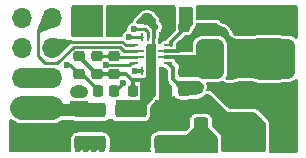
<source format=gbr>
G04 #@! TF.GenerationSoftware,KiCad,Pcbnew,(5.99.0-6495-g15369915cc)*
G04 #@! TF.CreationDate,2020-10-24T17:34:58+02:00*
G04 #@! TF.ProjectId,EVAL-MP8862,4556414c-2d4d-4503-9838-36322e6b6963,1B*
G04 #@! TF.SameCoordinates,Original*
G04 #@! TF.FileFunction,Copper,L1,Top*
G04 #@! TF.FilePolarity,Positive*
%FSLAX46Y46*%
G04 Gerber Fmt 4.6, Leading zero omitted, Abs format (unit mm)*
G04 Created by KiCad (PCBNEW (5.99.0-6495-g15369915cc)) date 2020-10-24 17:34:58*
%MOMM*%
%LPD*%
G01*
G04 APERTURE LIST*
G04 Aperture macros list*
%AMRoundRect*
0 Rectangle with rounded corners*
0 $1 Rounding radius*
0 $2 $3 $4 $5 $6 $7 $8 $9 X,Y pos of 4 corners*
0 Add a 4 corners polygon primitive as box body*
4,1,4,$2,$3,$4,$5,$6,$7,$8,$9,$2,$3,0*
0 Add four circle primitives for the rounded corners*
1,1,$1+$1,$2,$3,0*
1,1,$1+$1,$4,$5,0*
1,1,$1+$1,$6,$7,0*
1,1,$1+$1,$8,$9,0*
0 Add four rect primitives between the rounded corners*
20,1,$1+$1,$2,$3,$4,$5,0*
20,1,$1+$1,$4,$5,$6,$7,0*
20,1,$1+$1,$6,$7,$8,$9,0*
20,1,$1+$1,$8,$9,$2,$3,0*%
G04 Aperture macros list end*
G04 #@! TA.AperFunction,SMDPad,CuDef*
%ADD10RoundRect,0.218750X-0.256250X0.218750X-0.256250X-0.218750X0.256250X-0.218750X0.256250X0.218750X0*%
G04 #@! TD*
G04 #@! TA.AperFunction,SMDPad,CuDef*
%ADD11RoundRect,0.250000X-1.075000X0.375000X-1.075000X-0.375000X1.075000X-0.375000X1.075000X0.375000X0*%
G04 #@! TD*
G04 #@! TA.AperFunction,SMDPad,CuDef*
%ADD12RoundRect,0.218750X0.218750X0.256250X-0.218750X0.256250X-0.218750X-0.256250X0.218750X-0.256250X0*%
G04 #@! TD*
G04 #@! TA.AperFunction,SMDPad,CuDef*
%ADD13RoundRect,0.250000X1.075000X-0.375000X1.075000X0.375000X-1.075000X0.375000X-1.075000X-0.375000X0*%
G04 #@! TD*
G04 #@! TA.AperFunction,SMDPad,CuDef*
%ADD14RoundRect,0.250000X0.375000X1.075000X-0.375000X1.075000X-0.375000X-1.075000X0.375000X-1.075000X0*%
G04 #@! TD*
G04 #@! TA.AperFunction,SMDPad,CuDef*
%ADD15RoundRect,0.250000X-0.375000X-1.075000X0.375000X-1.075000X0.375000X1.075000X-0.375000X1.075000X0*%
G04 #@! TD*
G04 #@! TA.AperFunction,SMDPad,CuDef*
%ADD16RoundRect,0.218750X0.256250X-0.218750X0.256250X0.218750X-0.256250X0.218750X-0.256250X-0.218750X0*%
G04 #@! TD*
G04 #@! TA.AperFunction,SMDPad,CuDef*
%ADD17R,0.250000X0.800000*%
G04 #@! TD*
G04 #@! TA.AperFunction,SMDPad,CuDef*
%ADD18R,0.250000X0.700000*%
G04 #@! TD*
G04 #@! TA.AperFunction,SMDPad,CuDef*
%ADD19R,0.700000X0.250000*%
G04 #@! TD*
G04 #@! TA.AperFunction,SMDPad,CuDef*
%ADD20R,1.200000X0.250000*%
G04 #@! TD*
G04 #@! TA.AperFunction,SMDPad,CuDef*
%ADD21RoundRect,0.600000X0.600000X1.100000X-0.600000X1.100000X-0.600000X-1.100000X0.600000X-1.100000X0*%
G04 #@! TD*
G04 #@! TA.AperFunction,SMDPad,CuDef*
%ADD22RoundRect,0.571250X0.623750X-0.571250X0.623750X0.571250X-0.623750X0.571250X-0.623750X-0.571250X0*%
G04 #@! TD*
G04 #@! TA.AperFunction,SMDPad,CuDef*
%ADD23RoundRect,0.548400X0.646600X-0.594100X0.646600X0.594100X-0.646600X0.594100X-0.646600X-0.594100X0*%
G04 #@! TD*
G04 #@! TA.AperFunction,ComponentPad*
%ADD24R,1.700000X1.700000*%
G04 #@! TD*
G04 #@! TA.AperFunction,ComponentPad*
%ADD25O,1.700000X1.700000*%
G04 #@! TD*
G04 #@! TA.AperFunction,SMDPad,CuDef*
%ADD26RoundRect,0.400000X0.350000X-0.100000X0.350000X0.100000X-0.350000X0.100000X-0.350000X-0.100000X0*%
G04 #@! TD*
G04 #@! TA.AperFunction,ViaPad*
%ADD27C,0.700000*%
G04 #@! TD*
G04 #@! TA.AperFunction,ViaPad*
%ADD28C,0.600000*%
G04 #@! TD*
G04 #@! TA.AperFunction,ViaPad*
%ADD29C,0.800000*%
G04 #@! TD*
G04 #@! TA.AperFunction,Conductor*
%ADD30C,0.600000*%
G04 #@! TD*
G04 #@! TA.AperFunction,Conductor*
%ADD31C,0.300000*%
G04 #@! TD*
G04 #@! TA.AperFunction,Conductor*
%ADD32C,0.250000*%
G04 #@! TD*
G04 #@! TA.AperFunction,Conductor*
%ADD33C,0.800000*%
G04 #@! TD*
G04 #@! TA.AperFunction,Conductor*
%ADD34C,1.700000*%
G04 #@! TD*
G04 #@! TA.AperFunction,Conductor*
%ADD35C,1.000000*%
G04 #@! TD*
G04 #@! TA.AperFunction,Conductor*
%ADD36C,2.000000*%
G04 #@! TD*
G04 APERTURE END LIST*
D10*
X105230000Y-93045000D03*
X105230000Y-94620000D03*
D11*
X103200000Y-97660000D03*
X103200000Y-100460000D03*
D12*
X109725000Y-96030000D03*
X108150000Y-96030000D03*
D13*
X106640000Y-100460000D03*
X106640000Y-97660000D03*
D14*
X115375000Y-99575000D03*
X112575000Y-99575000D03*
D11*
X109950000Y-97650000D03*
X109950000Y-100450000D03*
D15*
X117125000Y-99575000D03*
X119925000Y-99575000D03*
D16*
X102280000Y-94620000D03*
X102280000Y-93045000D03*
X103750000Y-94620000D03*
X103750000Y-93045000D03*
D12*
X103820000Y-96030000D03*
X102245000Y-96030000D03*
D17*
X109090000Y-91500000D03*
D18*
X108590000Y-91450000D03*
X108090000Y-91450000D03*
X107590000Y-91450000D03*
D19*
X106890000Y-92150000D03*
D20*
X107140000Y-92650000D03*
X107140000Y-93150000D03*
D19*
X106890000Y-93650000D03*
D18*
X107590000Y-94350000D03*
X108090000Y-94350000D03*
X108590000Y-94350000D03*
X109090000Y-94350000D03*
D19*
X109790000Y-93650000D03*
D20*
X109540000Y-93150000D03*
X109540000Y-92650000D03*
D19*
X109790000Y-92150000D03*
D12*
X109607500Y-89930000D03*
X108032500Y-89930000D03*
D21*
X119350000Y-93300000D03*
X113350000Y-93300000D03*
D22*
X116350000Y-90247000D03*
D23*
X116350000Y-96353000D03*
D10*
X111100000Y-94425000D03*
X111100000Y-96000000D03*
D14*
X105200000Y-90100000D03*
X102400000Y-90100000D03*
D16*
X111150000Y-92175000D03*
X111150000Y-90600000D03*
D24*
X100000000Y-100000000D03*
D25*
X97460000Y-100000000D03*
X100000000Y-97460000D03*
X97460000Y-97460000D03*
X100000000Y-94920000D03*
X97460000Y-94920000D03*
X100000000Y-92380000D03*
X97460000Y-92380000D03*
X100000000Y-89840000D03*
X97460000Y-89840000D03*
D12*
X106797500Y-96030000D03*
X105222500Y-96030000D03*
G04 #@! TA.AperFunction,SMDPad,CuDef*
G36*
X103000000Y-96900001D02*
G01*
X103000000Y-97400000D01*
X102995033Y-97400000D01*
X102993568Y-97479941D01*
X102951293Y-97615256D01*
X102872738Y-97733266D01*
X102764219Y-97824486D01*
X102634459Y-97881581D01*
X102499999Y-97899164D01*
X102499999Y-97900000D01*
X102000000Y-97900000D01*
X102000000Y-97899164D01*
X101993891Y-97899963D01*
X101853814Y-97878152D01*
X101725489Y-97817903D01*
X101619231Y-97724059D01*
X101543583Y-97604164D01*
X101504626Y-97467857D01*
X101505041Y-97400000D01*
X101500000Y-97400000D01*
X101500000Y-96900000D01*
X103000000Y-96900001D01*
G37*
G04 #@! TD.AperFunction*
D26*
X102250000Y-96100000D03*
D27*
X108350000Y-92700000D03*
D28*
X103550000Y-100925000D03*
X102850000Y-100925000D03*
X102175000Y-100925000D03*
X103850000Y-89075000D03*
D29*
X118150000Y-89275000D03*
X114550000Y-96550000D03*
X114550000Y-95875000D03*
D27*
X108350000Y-95125000D03*
D28*
X113600000Y-100150000D03*
X109575000Y-100925000D03*
X119000000Y-100550000D03*
X119000000Y-98600000D03*
D29*
X114550000Y-89275000D03*
D28*
X105625000Y-97050000D03*
D29*
X118150000Y-96550000D03*
D27*
X108350000Y-93300000D03*
D28*
X104225000Y-100925000D03*
D29*
X118150000Y-89950000D03*
D28*
X110275000Y-100925000D03*
X113600000Y-100775000D03*
X107675000Y-97050000D03*
D29*
X114550000Y-89950000D03*
D28*
X103850000Y-89750000D03*
X111600000Y-100150000D03*
X103850000Y-91107470D03*
X108700000Y-90600000D03*
X111600000Y-100800000D03*
X107000000Y-97050000D03*
D29*
X118150000Y-95875000D03*
D28*
X103850000Y-90450000D03*
X106300000Y-97050000D03*
X110950000Y-100925000D03*
X119000000Y-99900000D03*
X108900000Y-100925000D03*
X119000000Y-99250000D03*
X104500000Y-93825000D03*
X104900000Y-89100000D03*
X105600000Y-89100000D03*
X105600000Y-91100000D03*
D27*
X109800000Y-91000000D03*
D28*
X104900000Y-91100000D03*
X116250000Y-98600000D03*
X110300000Y-97025000D03*
X110975000Y-97025000D03*
D27*
X109475000Y-95100000D03*
D28*
X116250000Y-99900000D03*
X116250000Y-99250000D03*
X109600000Y-97025000D03*
X116250000Y-100550000D03*
X108925000Y-97025000D03*
X106900000Y-90800000D03*
X101200000Y-93800000D03*
X106456232Y-91465649D03*
X105990000Y-95360000D03*
X106949998Y-94350000D03*
D30*
X103850000Y-89725000D02*
X103850000Y-90475000D01*
D31*
X106797500Y-95187500D02*
X106797500Y-95227500D01*
X102280000Y-93045000D02*
X102280000Y-93150000D01*
D32*
X105230000Y-94620000D02*
X105430000Y-94620000D01*
D31*
X108590000Y-94350000D02*
X108590000Y-95590000D01*
D30*
X107650000Y-97050000D02*
X105600000Y-97050000D01*
D31*
X106925000Y-95100000D02*
X106797500Y-95227500D01*
X108052500Y-89950000D02*
X108032500Y-89930000D01*
X102280000Y-93150000D02*
X103750000Y-94620000D01*
D33*
X108150000Y-96030000D02*
X108150000Y-96450000D01*
D31*
X108590000Y-95590000D02*
X108150000Y-96030000D01*
D33*
X108150000Y-96450000D02*
X106940000Y-97660000D01*
D31*
X106230000Y-94620000D02*
X106797500Y-95187500D01*
X105330000Y-94620000D02*
X105550000Y-94400000D01*
X108090000Y-95000000D02*
X107990000Y-95100000D01*
X103750000Y-94620000D02*
X105230000Y-94620000D01*
X105230000Y-94620000D02*
X105330000Y-94620000D01*
X107990000Y-95100000D02*
X106925000Y-95100000D01*
X106797500Y-95227500D02*
X106797500Y-96030000D01*
X108500000Y-89950000D02*
X108052500Y-89950000D01*
X105230000Y-94620000D02*
X106230000Y-94620000D01*
X108090000Y-94350000D02*
X108090000Y-95000000D01*
X108590000Y-91450000D02*
X108590000Y-90040000D01*
D34*
X97460000Y-94920000D02*
X100000000Y-94920000D01*
D31*
X108590000Y-90040000D02*
X108500000Y-89950000D01*
D32*
X106890000Y-93650000D02*
X106650000Y-93650000D01*
X106650000Y-93650000D02*
X106475000Y-93825000D01*
X106475000Y-93825000D02*
X104500000Y-93825000D01*
X107140000Y-92650000D02*
X106088585Y-92650000D01*
X98740000Y-93060000D02*
X98740000Y-91100000D01*
X99330000Y-93650000D02*
X98740000Y-93060000D01*
X106088585Y-92650000D02*
X105721076Y-92282491D01*
X99150001Y-90689999D02*
X100000000Y-89840000D01*
X101787509Y-92282491D02*
X100420000Y-93650000D01*
X100420000Y-93650000D02*
X99330000Y-93650000D01*
X98740000Y-91100000D02*
X99150001Y-90689999D01*
X105721076Y-92282491D02*
X101787509Y-92282491D01*
X106224996Y-92150000D02*
X105907476Y-91832480D01*
X100547520Y-91832480D02*
X100000000Y-92380000D01*
X105907476Y-91832480D02*
X100547520Y-91832480D01*
X106890000Y-92150000D02*
X106224996Y-92150000D01*
D35*
X100000000Y-97460000D02*
X100000000Y-97500000D01*
D36*
X97460000Y-97460000D02*
X100000000Y-97460000D01*
D35*
X103200000Y-97660000D02*
X100200000Y-97660000D01*
X100200000Y-97660000D02*
X100000000Y-97460000D01*
D31*
X109500000Y-96000000D02*
X109530000Y-96030000D01*
X109530000Y-96030000D02*
X109725000Y-96030000D01*
D36*
X97460000Y-100000000D02*
X100000000Y-100000000D01*
D32*
X106950000Y-90750010D02*
X106900010Y-90800000D01*
X108090000Y-90990000D02*
X107850010Y-90750010D01*
X102280000Y-94620000D02*
X101460000Y-93800000D01*
X106900010Y-90800000D02*
X106900000Y-90800000D01*
X103820000Y-95970000D02*
X102470000Y-94620000D01*
X102470000Y-94620000D02*
X102280000Y-94620000D01*
X108090000Y-91450000D02*
X108090000Y-90990000D01*
X103820000Y-96030000D02*
X103820000Y-95970000D01*
X107850010Y-90750010D02*
X106950000Y-90750010D01*
X101460000Y-93800000D02*
X101200000Y-93800000D01*
X107590000Y-91450000D02*
X106471881Y-91450000D01*
X106471881Y-91450000D02*
X106456232Y-91465649D01*
D31*
X107550000Y-94350000D02*
X106949998Y-94350000D01*
D32*
X105222500Y-96030000D02*
X105320000Y-96030000D01*
X105320000Y-96030000D02*
X105990000Y-95360000D01*
D31*
X105222500Y-96030000D02*
X105270000Y-96030000D01*
X110675000Y-92650000D02*
X111150000Y-92175000D01*
X109540000Y-92650000D02*
X110675000Y-92650000D01*
X113050000Y-93150000D02*
X113200000Y-93300000D01*
X109540000Y-93150000D02*
X113200000Y-93150000D01*
X111100000Y-94425000D02*
X112225000Y-94425000D01*
X113200000Y-93150000D02*
X113350000Y-93300000D01*
X112225000Y-94425000D02*
X113350000Y-93300000D01*
X111150000Y-90750000D02*
X110000000Y-91900000D01*
X111150000Y-90600000D02*
X111150000Y-90750000D01*
X110000000Y-91900000D02*
X110000000Y-92100000D01*
X111100000Y-95940000D02*
X110200000Y-95040000D01*
X110200000Y-94050000D02*
X109900000Y-93750000D01*
X111100000Y-96000000D02*
X111100000Y-95940000D01*
X110200000Y-95040000D02*
X110200000Y-94050000D01*
D32*
X105335000Y-93150000D02*
X105230000Y-93045000D01*
X105230000Y-93045000D02*
X103750000Y-93045000D01*
X107140000Y-93150000D02*
X105335000Y-93150000D01*
G04 #@! TA.AperFunction,Conductor*
G36*
X113966403Y-90270002D02*
G01*
X114008696Y-90315298D01*
X114015870Y-90328347D01*
X114019689Y-90335293D01*
X114025113Y-90341069D01*
X114034832Y-90351418D01*
X114132169Y-90455071D01*
X114270902Y-90543114D01*
X114278441Y-90545563D01*
X114278444Y-90545565D01*
X114419634Y-90591440D01*
X114419636Y-90591440D01*
X114427172Y-90593889D01*
X114435081Y-90594387D01*
X114435083Y-90594387D01*
X114479060Y-90597154D01*
X114504209Y-90598736D01*
X114585392Y-90635392D01*
X114886812Y-90936812D01*
X114920053Y-90997023D01*
X114920533Y-91001303D01*
X114922851Y-91007958D01*
X114922851Y-91007960D01*
X114977120Y-91163799D01*
X114981111Y-91175260D01*
X114984847Y-91181239D01*
X115038736Y-91267480D01*
X115078723Y-91331473D01*
X115083684Y-91336469D01*
X115083685Y-91336470D01*
X115203556Y-91457181D01*
X115203560Y-91457184D01*
X115208519Y-91462178D01*
X115214465Y-91465952D01*
X115214467Y-91465953D01*
X115358092Y-91557101D01*
X115358096Y-91557103D01*
X115364046Y-91560879D01*
X115370689Y-91563244D01*
X115370688Y-91563244D01*
X115530941Y-91620308D01*
X115530943Y-91620309D01*
X115537575Y-91622670D01*
X115544561Y-91623503D01*
X115544565Y-91623504D01*
X115649000Y-91635956D01*
X115720482Y-91644480D01*
X115724101Y-91644493D01*
X115724108Y-91644493D01*
X115725043Y-91644496D01*
X115726250Y-91644500D01*
X116973749Y-91644500D01*
X117156803Y-91623967D01*
X117167311Y-91620308D01*
X117315991Y-91568532D01*
X117330760Y-91563389D01*
X117401564Y-91519146D01*
X117468334Y-91500000D01*
X119234000Y-91500000D01*
X119302121Y-91520002D01*
X119348614Y-91573658D01*
X119360000Y-91626000D01*
X119360000Y-94934000D01*
X119339998Y-95002121D01*
X119286342Y-95048614D01*
X119234000Y-95060000D01*
X117421936Y-95060000D01*
X117361644Y-95042484D01*
X117361065Y-95043672D01*
X117354741Y-95040588D01*
X117348787Y-95036809D01*
X117318963Y-95026189D01*
X117186692Y-94979089D01*
X117186687Y-94979088D01*
X117180057Y-94976727D01*
X117173071Y-94975894D01*
X117173067Y-94975893D01*
X117005807Y-94955949D01*
X117005806Y-94955949D01*
X117002209Y-94955520D01*
X116998581Y-94955507D01*
X116998580Y-94955507D01*
X116998344Y-94955506D01*
X116996600Y-94955500D01*
X115703401Y-94955500D01*
X115525409Y-94975465D01*
X115518756Y-94977782D01*
X115518755Y-94977782D01*
X115449750Y-95001812D01*
X115356263Y-95034368D01*
X115345882Y-95040855D01*
X115279113Y-95060000D01*
X114767146Y-95060000D01*
X114699025Y-95039998D01*
X114652532Y-94986342D01*
X114642428Y-94916068D01*
X114662932Y-94863180D01*
X114704919Y-94801398D01*
X114707451Y-94795068D01*
X114707453Y-94795064D01*
X114770969Y-94636263D01*
X114770970Y-94636258D01*
X114773503Y-94629926D01*
X114774617Y-94623199D01*
X114774618Y-94623194D01*
X114802965Y-94451963D01*
X114802965Y-94451959D01*
X114803666Y-94447727D01*
X114804999Y-94400000D01*
X114805000Y-92200001D01*
X114785055Y-92016402D01*
X114726150Y-91841369D01*
X114631033Y-91683069D01*
X114504143Y-91548886D01*
X114498500Y-91545051D01*
X114357040Y-91448915D01*
X114357038Y-91448914D01*
X114351398Y-91445081D01*
X114345069Y-91442549D01*
X114345066Y-91442548D01*
X114186267Y-91379032D01*
X114186265Y-91379031D01*
X114179926Y-91376496D01*
X114063899Y-91357288D01*
X114001963Y-91347034D01*
X114001959Y-91347034D01*
X113997727Y-91346333D01*
X113993440Y-91346213D01*
X113993437Y-91346213D01*
X113971490Y-91345600D01*
X113950000Y-91345000D01*
X112750001Y-91345000D01*
X112566402Y-91364945D01*
X112391369Y-91423850D01*
X112385519Y-91427365D01*
X112385517Y-91427366D01*
X112356035Y-91445081D01*
X112233069Y-91518967D01*
X112098886Y-91645857D01*
X111995081Y-91798602D01*
X111992549Y-91804932D01*
X111992547Y-91804936D01*
X111929031Y-91963737D01*
X111929030Y-91963742D01*
X111926497Y-91970074D01*
X111925383Y-91976801D01*
X111925382Y-91976806D01*
X111898356Y-92140057D01*
X111896334Y-92152273D01*
X111895001Y-92200000D01*
X111895001Y-92623500D01*
X111874999Y-92691621D01*
X111821343Y-92738114D01*
X111769001Y-92749500D01*
X110591094Y-92749500D01*
X110522973Y-92729498D01*
X110476480Y-92675842D01*
X110465100Y-92624647D01*
X110459976Y-92059754D01*
X110496875Y-91969517D01*
X110759413Y-91706980D01*
X111136989Y-91329404D01*
X111226084Y-91292500D01*
X111406249Y-91292500D01*
X111410896Y-91291801D01*
X111410901Y-91291801D01*
X111536240Y-91272957D01*
X111536241Y-91272957D01*
X111545551Y-91271557D01*
X111672536Y-91210579D01*
X111754606Y-91134716D01*
X111769063Y-91121352D01*
X111775979Y-91114959D01*
X111846732Y-90993149D01*
X111878540Y-90855920D01*
X111879912Y-90820984D01*
X111916720Y-90736834D01*
X112039872Y-90613682D01*
X112046889Y-90603180D01*
X112090630Y-90537717D01*
X112090632Y-90537714D01*
X112094064Y-90532577D01*
X112130969Y-90443482D01*
X112149282Y-90351417D01*
X112182190Y-90288509D01*
X112272861Y-90250000D01*
X113898282Y-90250000D01*
X113966403Y-90270002D01*
G37*
G04 #@! TD.AperFunction*
G04 #@! TA.AperFunction,Conductor*
G36*
X111842121Y-88920002D02*
G01*
X111888614Y-88973658D01*
X111900000Y-89026000D01*
X111900000Y-90347810D01*
X111863095Y-90436905D01*
X111336905Y-90963095D01*
X111247810Y-91000000D01*
X110796459Y-91000000D01*
X110728338Y-90979998D01*
X110681845Y-90926342D01*
X110671917Y-90872324D01*
X110670623Y-90872332D01*
X110670325Y-90825952D01*
X110670591Y-90823406D01*
X110670700Y-90823406D01*
X110670700Y-90823404D01*
X110670525Y-90821061D01*
X110670437Y-90818716D01*
X110670461Y-90818715D01*
X110670245Y-90813389D01*
X110670178Y-90802827D01*
X110670178Y-90802815D01*
X110670167Y-90801176D01*
X110670095Y-90800696D01*
X110670000Y-90798263D01*
X110670000Y-90388619D01*
X110670097Y-90383677D01*
X110670337Y-90377563D01*
X110670345Y-90377472D01*
X110670374Y-90376638D01*
X110670386Y-90376324D01*
X110670571Y-90371600D01*
X110670579Y-90371559D01*
X110671125Y-90367495D01*
X110671282Y-90366582D01*
X110671345Y-90365852D01*
X110671353Y-90365792D01*
X110671417Y-90365801D01*
X110672272Y-90360837D01*
X110671330Y-90360729D01*
X110673380Y-90342808D01*
X110673938Y-90333023D01*
X110674899Y-90316176D01*
X110674899Y-90316159D01*
X110675000Y-90314396D01*
X110675000Y-89026000D01*
X110695002Y-88957879D01*
X110748658Y-88911386D01*
X110801000Y-88900000D01*
X111774000Y-88900000D01*
X111842121Y-88920002D01*
G37*
G04 #@! TD.AperFunction*
G04 #@! TA.AperFunction,Conductor*
G36*
X99975186Y-89643066D02*
G01*
X100042093Y-89666816D01*
X100085538Y-89722968D01*
X100094054Y-89774865D01*
X100054107Y-90613761D01*
X100030888Y-90680853D01*
X99968096Y-90727301D01*
X98899512Y-91083496D01*
X98803318Y-91076659D01*
X98778186Y-91064093D01*
X98753055Y-91051527D01*
X98701072Y-91003171D01*
X98683484Y-90934388D01*
X98692131Y-90892758D01*
X99166691Y-89684787D01*
X99210217Y-89628697D01*
X99290955Y-89605053D01*
X99975186Y-89643066D01*
G37*
G04 #@! TD.AperFunction*
G04 #@! TA.AperFunction,Conductor*
G36*
X113328510Y-96336680D02*
G01*
X114823739Y-97824376D01*
X117066174Y-97824376D01*
X117152351Y-97858454D01*
X117449980Y-98137481D01*
X118009971Y-98662473D01*
X118049793Y-98754870D01*
X118041819Y-100868105D01*
X118041040Y-101074475D01*
X118020781Y-101142520D01*
X117966950Y-101188810D01*
X117915041Y-101200000D01*
X114426000Y-101200000D01*
X114357879Y-101179998D01*
X114311386Y-101126342D01*
X114300000Y-101074000D01*
X114300000Y-100002190D01*
X114277163Y-99887383D01*
X114240258Y-99798288D01*
X114175227Y-99700963D01*
X113541905Y-99067641D01*
X113505000Y-98978546D01*
X113505000Y-98500000D01*
X113499963Y-98463225D01*
X113485721Y-98359263D01*
X113484555Y-98350749D01*
X113434842Y-98235869D01*
X113428138Y-98220376D01*
X113428136Y-98220373D01*
X113424727Y-98212495D01*
X113363983Y-98137481D01*
X113335330Y-98102098D01*
X113329924Y-98095422D01*
X113265577Y-98049693D01*
X113214131Y-98013133D01*
X113207129Y-98008157D01*
X113065391Y-97957128D01*
X112950000Y-97945000D01*
X112200001Y-97945000D01*
X112195756Y-97945582D01*
X112195749Y-97945582D01*
X112117261Y-97956334D01*
X112050750Y-97965445D01*
X112042866Y-97968857D01*
X112042865Y-97968857D01*
X111920377Y-98021862D01*
X111920374Y-98021864D01*
X111912496Y-98025273D01*
X111905824Y-98030676D01*
X111905822Y-98030677D01*
X111825868Y-98095422D01*
X111795423Y-98120076D01*
X111790447Y-98127078D01*
X111790446Y-98127079D01*
X111749817Y-98184250D01*
X111708158Y-98242871D01*
X111657129Y-98384609D01*
X111645001Y-98500000D01*
X111645001Y-98978545D01*
X111608096Y-99067640D01*
X111262641Y-99413095D01*
X111173546Y-99450000D01*
X108952190Y-99450000D01*
X108913783Y-99457640D01*
X108843454Y-99471629D01*
X108843450Y-99471630D01*
X108837383Y-99472837D01*
X108748288Y-99509742D01*
X108668789Y-99562862D01*
X108648835Y-99573729D01*
X108595380Y-99596861D01*
X108595378Y-99596862D01*
X108587496Y-99600273D01*
X108580824Y-99605676D01*
X108580822Y-99605677D01*
X108477097Y-99689671D01*
X108477095Y-99689673D01*
X108470423Y-99695076D01*
X108465449Y-99702074D01*
X108465448Y-99702076D01*
X108402380Y-99790822D01*
X108383157Y-99817871D01*
X108332128Y-99959609D01*
X108320000Y-100075000D01*
X108320000Y-100737695D01*
X108316364Y-100765311D01*
X108315132Y-100768285D01*
X108294500Y-100925000D01*
X108295578Y-100933188D01*
X108311951Y-101057554D01*
X108301012Y-101127703D01*
X108253884Y-101180801D01*
X108187029Y-101200000D01*
X104937971Y-101200000D01*
X104869850Y-101179998D01*
X104823357Y-101126342D01*
X104813049Y-101057554D01*
X104829422Y-100933188D01*
X104830500Y-100925000D01*
X104829422Y-100916809D01*
X104826909Y-100897718D01*
X104826521Y-100868105D01*
X104829656Y-100838273D01*
X104830000Y-100835000D01*
X104830000Y-100085001D01*
X104809555Y-99935750D01*
X104786151Y-99881666D01*
X104753138Y-99805377D01*
X104753136Y-99805374D01*
X104749727Y-99797496D01*
X104654924Y-99680423D01*
X104532129Y-99593158D01*
X104390391Y-99542129D01*
X104275000Y-99530001D01*
X103341821Y-99530001D01*
X102129291Y-99530000D01*
X102125001Y-99530000D01*
X102120756Y-99530582D01*
X102120749Y-99530582D01*
X102042254Y-99541335D01*
X101975750Y-99550445D01*
X101967866Y-99553857D01*
X101967865Y-99553857D01*
X101845377Y-99606862D01*
X101845374Y-99606864D01*
X101837496Y-99610273D01*
X101830824Y-99615676D01*
X101830822Y-99615677D01*
X101727097Y-99699671D01*
X101727095Y-99699673D01*
X101720423Y-99705076D01*
X101715449Y-99712074D01*
X101715448Y-99712076D01*
X101649143Y-99805377D01*
X101633157Y-99827871D01*
X101582128Y-99969609D01*
X101570000Y-100085000D01*
X101570000Y-100834999D01*
X101570582Y-100839244D01*
X101570582Y-100839251D01*
X101573490Y-100860477D01*
X101573578Y-100894023D01*
X101569500Y-100925000D01*
X101570578Y-100933188D01*
X101586951Y-101057554D01*
X101576012Y-101127703D01*
X101528884Y-101180801D01*
X101462029Y-101200000D01*
X96426000Y-101200000D01*
X96357879Y-101179998D01*
X96311386Y-101126342D01*
X96300000Y-101074000D01*
X96300000Y-98556000D01*
X96320002Y-98487879D01*
X96373658Y-98441386D01*
X96426000Y-98430000D01*
X96539890Y-98430000D01*
X96619890Y-98459120D01*
X96620841Y-98460071D01*
X96625343Y-98463223D01*
X96625345Y-98463225D01*
X96802741Y-98587439D01*
X96807250Y-98590596D01*
X96812232Y-98592919D01*
X96812237Y-98592922D01*
X96961390Y-98662473D01*
X97013493Y-98686769D01*
X97018801Y-98688191D01*
X97018803Y-98688192D01*
X97086664Y-98706375D01*
X97233302Y-98745667D01*
X97312697Y-98752613D01*
X97400123Y-98760262D01*
X97400132Y-98760262D01*
X97402848Y-98760500D01*
X100057152Y-98760500D01*
X100059868Y-98760262D01*
X100059877Y-98760262D01*
X100147303Y-98752613D01*
X100226698Y-98745667D01*
X100373336Y-98706375D01*
X100441197Y-98688192D01*
X100441199Y-98688191D01*
X100446507Y-98686769D01*
X100498610Y-98662473D01*
X100647763Y-98592922D01*
X100647768Y-98592919D01*
X100652750Y-98590596D01*
X100669790Y-98578665D01*
X100806003Y-98483287D01*
X100878274Y-98460500D01*
X101734307Y-98460500D01*
X101807296Y-98483794D01*
X101867871Y-98526842D01*
X102009609Y-98577871D01*
X102125000Y-98589999D01*
X103058179Y-98589999D01*
X104270709Y-98590000D01*
X104274999Y-98590000D01*
X104279244Y-98589418D01*
X104279251Y-98589418D01*
X104363602Y-98577863D01*
X104424250Y-98569555D01*
X104455574Y-98556000D01*
X104554623Y-98513138D01*
X104554626Y-98513136D01*
X104562504Y-98509727D01*
X104569176Y-98504324D01*
X104569178Y-98504323D01*
X104626285Y-98458079D01*
X104705579Y-98430000D01*
X105131389Y-98430000D01*
X105204378Y-98453294D01*
X105307871Y-98526842D01*
X105449609Y-98577871D01*
X105565000Y-98589999D01*
X106498179Y-98589999D01*
X107710710Y-98590000D01*
X107715000Y-98590000D01*
X107719245Y-98589418D01*
X107719252Y-98589418D01*
X107803603Y-98577863D01*
X107864251Y-98569555D01*
X107895575Y-98556000D01*
X107994624Y-98513138D01*
X107994627Y-98513136D01*
X108002505Y-98509727D01*
X108009177Y-98504324D01*
X108009179Y-98504323D01*
X108112902Y-98420330D01*
X108119578Y-98414924D01*
X108146202Y-98377461D01*
X108201867Y-98299131D01*
X108206843Y-98292129D01*
X108257872Y-98150391D01*
X108270000Y-98035000D01*
X108270000Y-97372847D01*
X108306905Y-97283751D01*
X108453031Y-97137626D01*
X108626573Y-96964084D01*
X108632839Y-96958231D01*
X108668562Y-96927068D01*
X108674289Y-96922072D01*
X108710593Y-96870417D01*
X108714508Y-96865144D01*
X108729397Y-96846155D01*
X108739449Y-96834815D01*
X108784905Y-96789359D01*
X108847217Y-96755333D01*
X108918032Y-96760398D01*
X108974868Y-96802945D01*
X109000000Y-96878454D01*
X109000000Y-98143346D01*
X110150000Y-98143346D01*
X110150000Y-96530594D01*
X110170002Y-96462473D01*
X110223658Y-96415980D01*
X110293932Y-96405876D01*
X110358512Y-96435370D01*
X110387581Y-96475022D01*
X110387892Y-96474834D01*
X110390024Y-96478355D01*
X110391637Y-96480555D01*
X110395753Y-96490066D01*
X110401162Y-96496746D01*
X110401163Y-96496747D01*
X110465918Y-96576712D01*
X110485218Y-96600546D01*
X110492220Y-96605522D01*
X110492222Y-96605524D01*
X110588630Y-96674037D01*
X110601099Y-96682898D01*
X110734856Y-96731054D01*
X110843750Y-96742500D01*
X111356249Y-96742500D01*
X111360494Y-96741918D01*
X111360501Y-96741918D01*
X111447492Y-96730001D01*
X111497096Y-96723206D01*
X111526775Y-96710363D01*
X111576815Y-96700000D01*
X112124937Y-96700000D01*
X112128009Y-96699697D01*
X112128018Y-96699697D01*
X112162615Y-96696289D01*
X112183463Y-96694236D01*
X112198360Y-96691273D01*
X112228656Y-96685247D01*
X112228662Y-96685246D01*
X112231681Y-96684645D01*
X112287960Y-96667573D01*
X112507317Y-96576712D01*
X112665567Y-96511163D01*
X112665576Y-96511159D01*
X112668429Y-96509977D01*
X112720297Y-96482252D01*
X112761173Y-96454939D01*
X112763559Y-96452981D01*
X112804238Y-96419597D01*
X112804242Y-96419594D01*
X112806632Y-96417632D01*
X112817632Y-96406632D01*
X112854938Y-96361175D01*
X112858399Y-96355995D01*
X112912876Y-96310469D01*
X112963162Y-96300000D01*
X113239640Y-96300000D01*
X113328510Y-96336680D01*
G37*
G04 #@! TD.AperFunction*
G04 #@! TA.AperFunction,Conductor*
G36*
X113872121Y-93020002D02*
G01*
X113918614Y-93073658D01*
X113930000Y-93126000D01*
X113930000Y-94704000D01*
X113909998Y-94772121D01*
X113856342Y-94818614D01*
X113804000Y-94830000D01*
X110816000Y-94830000D01*
X110747879Y-94809998D01*
X110701386Y-94756342D01*
X110690000Y-94704000D01*
X110690000Y-93860000D01*
X110430573Y-93600573D01*
X110395000Y-93525360D01*
X110395000Y-93525000D01*
X110375589Y-93427416D01*
X110368697Y-93417101D01*
X110368696Y-93417099D01*
X110327205Y-93355004D01*
X110320312Y-93344688D01*
X110237584Y-93289411D01*
X110234633Y-93288824D01*
X110184421Y-93248360D01*
X110162000Y-93180997D01*
X110179558Y-93112206D01*
X110231521Y-93063827D01*
X110287920Y-93050500D01*
X110611522Y-93050500D01*
X110611552Y-93050502D01*
X110611567Y-93050507D01*
X110738433Y-93050507D01*
X110759357Y-93043708D01*
X110778574Y-93039095D01*
X110800306Y-93035653D01*
X110811401Y-93030000D01*
X110819910Y-93025665D01*
X110838170Y-93018101D01*
X110849660Y-93014367D01*
X110857764Y-93011734D01*
X110859090Y-93011303D01*
X110859230Y-93011734D01*
X110908108Y-93000000D01*
X113804000Y-93000000D01*
X113872121Y-93020002D01*
G37*
G04 #@! TD.AperFunction*
G04 #@! TA.AperFunction,Conductor*
G36*
X108667121Y-91170002D02*
G01*
X108713614Y-91223658D01*
X108725000Y-91276000D01*
X108725000Y-91546479D01*
X108723651Y-91563620D01*
X108723755Y-91563632D01*
X108723462Y-91566105D01*
X108723078Y-91568532D01*
X108720000Y-91607642D01*
X108720000Y-91762966D01*
X108717579Y-91787548D01*
X108717286Y-91789021D01*
X108707225Y-91839600D01*
X108706997Y-91841138D01*
X108706996Y-91841143D01*
X108703852Y-91862337D01*
X108703849Y-91862358D01*
X108703625Y-91863871D01*
X108701204Y-91888453D01*
X108700000Y-91912956D01*
X108700000Y-91924000D01*
X108700360Y-91927347D01*
X108700360Y-91927350D01*
X108703687Y-91958292D01*
X108705713Y-91977140D01*
X108706431Y-91980440D01*
X108706431Y-91980441D01*
X108715323Y-92021316D01*
X108717099Y-92029482D01*
X108718433Y-92032146D01*
X108725000Y-92070500D01*
X108725000Y-96372810D01*
X108688095Y-96461905D01*
X108411905Y-96738095D01*
X108322810Y-96775000D01*
X107576000Y-96775000D01*
X107507879Y-96754998D01*
X107461386Y-96701342D01*
X107450000Y-96649000D01*
X107450000Y-95031000D01*
X107470002Y-94962879D01*
X107523658Y-94916386D01*
X107576000Y-94905000D01*
X107715000Y-94905000D01*
X107793450Y-94889395D01*
X107859957Y-94844957D01*
X107880692Y-94813925D01*
X107895936Y-94791111D01*
X107928104Y-94767475D01*
X107943247Y-94750000D01*
X107950000Y-94750000D01*
X107950000Y-92176000D01*
X107970002Y-92107879D01*
X108023658Y-92061386D01*
X108076000Y-92050000D01*
X108400000Y-92050000D01*
X108400000Y-91907798D01*
X108405782Y-91878726D01*
X108404395Y-91878450D01*
X108418793Y-91806067D01*
X108420000Y-91800000D01*
X108420000Y-91276000D01*
X108440002Y-91207879D01*
X108493658Y-91161386D01*
X108546000Y-91150000D01*
X108599000Y-91150000D01*
X108667121Y-91170002D01*
G37*
G04 #@! TD.AperFunction*
G04 #@! TA.AperFunction,Conductor*
G36*
X104242121Y-88770002D02*
G01*
X104288614Y-88823658D01*
X104300000Y-88876000D01*
X104300000Y-91330980D01*
X104279998Y-91399101D01*
X104226342Y-91445594D01*
X104174000Y-91456980D01*
X101735359Y-91456980D01*
X101667238Y-91436978D01*
X101620745Y-91383322D01*
X101609361Y-91331410D01*
X101601039Y-88876427D01*
X101620810Y-88808239D01*
X101674308Y-88761564D01*
X101727038Y-88750000D01*
X104174000Y-88750000D01*
X104242121Y-88770002D01*
G37*
G04 #@! TD.AperFunction*
G04 #@! TA.AperFunction,Conductor*
G36*
X120671311Y-94989137D02*
G01*
X120726937Y-95033254D01*
X120750000Y-95105917D01*
X120750001Y-101124000D01*
X120729999Y-101192121D01*
X120676343Y-101238614D01*
X120624001Y-101250000D01*
X118461259Y-101250000D01*
X118393138Y-101229998D01*
X118346645Y-101176342D01*
X118336610Y-101105598D01*
X118341038Y-101075607D01*
X118341817Y-100869237D01*
X118345428Y-99912359D01*
X118349767Y-98762472D01*
X118349767Y-98762468D01*
X118349791Y-98756002D01*
X118325295Y-98636132D01*
X118285473Y-98543735D01*
X118215153Y-98443612D01*
X118210441Y-98439195D01*
X118210438Y-98439191D01*
X117655162Y-97918620D01*
X117361856Y-97643645D01*
X117361851Y-97643641D01*
X117357533Y-97639593D01*
X117262671Y-97579475D01*
X117206310Y-97557188D01*
X117182020Y-97547582D01*
X117182018Y-97547581D01*
X117176494Y-97545397D01*
X117066174Y-97524376D01*
X114999564Y-97524376D01*
X114910694Y-97487696D01*
X114795264Y-97372847D01*
X113540106Y-96124013D01*
X113442966Y-96059372D01*
X113437264Y-96057018D01*
X113437261Y-96057017D01*
X113408770Y-96045258D01*
X113354096Y-96022692D01*
X113296868Y-96011346D01*
X113245695Y-96001200D01*
X113245690Y-96001200D01*
X113239640Y-96000000D01*
X113151479Y-96000000D01*
X113083358Y-95979998D01*
X113036865Y-95926342D01*
X113030905Y-95837424D01*
X113034707Y-95824892D01*
X113034714Y-95824865D01*
X113035605Y-95821927D01*
X113045196Y-95773710D01*
X113046880Y-95756619D01*
X113049697Y-95728016D01*
X113049697Y-95728010D01*
X113050000Y-95724937D01*
X113050000Y-95502190D01*
X113030969Y-95406518D01*
X113033588Y-95405997D01*
X113033054Y-95346590D01*
X113070899Y-95286521D01*
X113154264Y-95255000D01*
X113949999Y-95255000D01*
X114133598Y-95235055D01*
X114308631Y-95176150D01*
X114334632Y-95160527D01*
X114403324Y-95142586D01*
X114494752Y-95186016D01*
X114504183Y-95196900D01*
X114504185Y-95196902D01*
X114510087Y-95203713D01*
X114517671Y-95208587D01*
X114537993Y-95221647D01*
X114628592Y-95279871D01*
X114637241Y-95282411D01*
X114637242Y-95282411D01*
X114637743Y-95282558D01*
X114696713Y-95299873D01*
X114701172Y-95300514D01*
X114701176Y-95300515D01*
X114727412Y-95304287D01*
X114767146Y-95310000D01*
X115279113Y-95310000D01*
X115348020Y-95300316D01*
X115352249Y-95299104D01*
X115352251Y-95299103D01*
X115410548Y-95282387D01*
X115410547Y-95282387D01*
X115414789Y-95281171D01*
X115418815Y-95279378D01*
X115418819Y-95279377D01*
X115435315Y-95272032D01*
X115445128Y-95268147D01*
X115531965Y-95237907D01*
X115531968Y-95237906D01*
X115531968Y-95237905D01*
X115567794Y-95225429D01*
X115595185Y-95219206D01*
X115710379Y-95206285D01*
X115724424Y-95205500D01*
X116979705Y-95205500D01*
X116994623Y-95206386D01*
X117013082Y-95208587D01*
X117108578Y-95219974D01*
X117135926Y-95226389D01*
X117188910Y-95245256D01*
X117235099Y-95261703D01*
X117238479Y-95262906D01*
X117240078Y-95263580D01*
X117240106Y-95263504D01*
X117245918Y-95265662D01*
X117251484Y-95268376D01*
X117257475Y-95269952D01*
X117260501Y-95270748D01*
X117260423Y-95271046D01*
X117263280Y-95272107D01*
X117262697Y-95273679D01*
X117264444Y-95274301D01*
X117265063Y-95271949D01*
X117276254Y-95274894D01*
X117292281Y-95281241D01*
X117291898Y-95282558D01*
X117352190Y-95300074D01*
X117421936Y-95310000D01*
X119234000Y-95310000D01*
X119237347Y-95309640D01*
X119237350Y-95309640D01*
X119283776Y-95304649D01*
X119283782Y-95304648D01*
X119287140Y-95304287D01*
X119339482Y-95292901D01*
X119346532Y-95289372D01*
X119346535Y-95289371D01*
X119388577Y-95268327D01*
X119444975Y-95255000D01*
X119949999Y-95255000D01*
X120133598Y-95235055D01*
X120308631Y-95176150D01*
X120466931Y-95081033D01*
X120471892Y-95076342D01*
X120537427Y-95014369D01*
X120600665Y-94982097D01*
X120671311Y-94989137D01*
G37*
G04 #@! TD.AperFunction*
G04 #@! TA.AperFunction,Conductor*
G36*
X112940838Y-98245690D02*
G01*
X112982762Y-98250096D01*
X113012274Y-98256855D01*
X113050605Y-98270655D01*
X113080909Y-98286497D01*
X113091795Y-98294233D01*
X113108570Y-98306154D01*
X113133501Y-98329565D01*
X113154861Y-98355942D01*
X113172576Y-98385193D01*
X113186055Y-98416341D01*
X113195250Y-98449273D01*
X113202738Y-98503932D01*
X113202737Y-98503936D01*
X113203834Y-98511943D01*
X113205000Y-98529042D01*
X113205000Y-98978546D01*
X113206207Y-98984612D01*
X113209152Y-98999417D01*
X113202825Y-99070131D01*
X113159271Y-99126199D01*
X113085573Y-99150000D01*
X112064428Y-99150000D01*
X111996307Y-99129998D01*
X111949814Y-99076342D01*
X111940849Y-98999418D01*
X111943794Y-98984612D01*
X111945001Y-98978545D01*
X111945001Y-98522331D01*
X111945691Y-98509162D01*
X111950097Y-98467238D01*
X111956857Y-98437724D01*
X111970658Y-98399392D01*
X111986502Y-98369085D01*
X111994357Y-98358032D01*
X112006159Y-98341425D01*
X112029571Y-98316494D01*
X112055940Y-98295141D01*
X112085190Y-98277426D01*
X112116340Y-98263946D01*
X112149280Y-98254750D01*
X112157975Y-98253559D01*
X112158315Y-98256038D01*
X112158317Y-98256037D01*
X112157977Y-98253558D01*
X112211938Y-98246166D01*
X112229038Y-98245000D01*
X112927669Y-98245000D01*
X112940838Y-98245690D01*
G37*
G04 #@! TD.AperFunction*
G04 #@! TA.AperFunction,Conductor*
G36*
X120692121Y-88770002D02*
G01*
X120738614Y-88823658D01*
X120750000Y-88876000D01*
X120750000Y-91492248D01*
X120729998Y-91560369D01*
X120676342Y-91606862D01*
X120606068Y-91616966D01*
X120532451Y-91578821D01*
X120515152Y-91560528D01*
X120504143Y-91548886D01*
X120498500Y-91545051D01*
X120357040Y-91448915D01*
X120357038Y-91448914D01*
X120351398Y-91445081D01*
X120345069Y-91442549D01*
X120345066Y-91442548D01*
X120186267Y-91379032D01*
X120186265Y-91379031D01*
X120179926Y-91376496D01*
X120063899Y-91357288D01*
X120001963Y-91347034D01*
X120001959Y-91347034D01*
X119997727Y-91346333D01*
X119993440Y-91346213D01*
X119993437Y-91346213D01*
X119971490Y-91345600D01*
X119950000Y-91345000D01*
X119510492Y-91345000D01*
X119442372Y-91324998D01*
X119380138Y-91285003D01*
X119380139Y-91285003D01*
X119372554Y-91280129D01*
X119363905Y-91277589D01*
X119363904Y-91277589D01*
X119346248Y-91272405D01*
X119304433Y-91260127D01*
X119299974Y-91259486D01*
X119299970Y-91259485D01*
X119269216Y-91255063D01*
X119234000Y-91250000D01*
X117468334Y-91250000D01*
X117463989Y-91250611D01*
X117463984Y-91250611D01*
X117403779Y-91259073D01*
X117399425Y-91259685D01*
X117332655Y-91278831D01*
X117328647Y-91280615D01*
X117328640Y-91280618D01*
X117294162Y-91295969D01*
X117269085Y-91307134D01*
X117265361Y-91309461D01*
X117234049Y-91329027D01*
X117208716Y-91341164D01*
X117114418Y-91374002D01*
X117087026Y-91380226D01*
X116966770Y-91393715D01*
X116952725Y-91394500D01*
X115742990Y-91394500D01*
X115728071Y-91393614D01*
X115678602Y-91387715D01*
X115678598Y-91387714D01*
X115637999Y-91382873D01*
X115609055Y-91379422D01*
X115581706Y-91373007D01*
X115487637Y-91339510D01*
X115462390Y-91327196D01*
X115378086Y-91273695D01*
X115356194Y-91256094D01*
X115285835Y-91185242D01*
X115268387Y-91163228D01*
X115250748Y-91135000D01*
X115215472Y-91078548D01*
X115203339Y-91053226D01*
X115158945Y-90925743D01*
X115158943Y-90925744D01*
X115158940Y-90925726D01*
X115156622Y-90919071D01*
X115155240Y-90919552D01*
X115148308Y-90905714D01*
X115138915Y-90876195D01*
X115105674Y-90815984D01*
X115063589Y-90760035D01*
X114762169Y-90458615D01*
X114688272Y-90407542D01*
X114635453Y-90383693D01*
X114612272Y-90373226D01*
X114612270Y-90373225D01*
X114607089Y-90370886D01*
X114601570Y-90369515D01*
X114525433Y-90350602D01*
X114525429Y-90350601D01*
X114519904Y-90349229D01*
X114514216Y-90348871D01*
X114514215Y-90348871D01*
X114509610Y-90348581D01*
X114494759Y-90347647D01*
X114490278Y-90347365D01*
X114459257Y-90341449D01*
X114393331Y-90320028D01*
X114364757Y-90306582D01*
X114306232Y-90269441D01*
X114281896Y-90249309D01*
X114223168Y-90186770D01*
X114212986Y-90174445D01*
X114191426Y-90144682D01*
X114149133Y-90099386D01*
X114036836Y-90030129D01*
X114028757Y-90027757D01*
X114028753Y-90027755D01*
X113993507Y-90017407D01*
X113968715Y-90010127D01*
X113964256Y-90009486D01*
X113964252Y-90009485D01*
X113933499Y-90005064D01*
X113898282Y-90000000D01*
X112276000Y-90000000D01*
X112207879Y-89979998D01*
X112161386Y-89926342D01*
X112150000Y-89874000D01*
X112150000Y-89026000D01*
X112144287Y-88972860D01*
X112132901Y-88920518D01*
X112130864Y-88916449D01*
X112127142Y-88847026D01*
X112162272Y-88785330D01*
X112249765Y-88750000D01*
X120624000Y-88750000D01*
X120692121Y-88770002D01*
G37*
G04 #@! TD.AperFunction*
G04 #@! TA.AperFunction,Conductor*
G36*
X108336905Y-89486905D02*
G01*
X108713095Y-89863095D01*
X108750000Y-89952190D01*
X108750000Y-90933972D01*
X108740409Y-90982190D01*
X108736305Y-90992099D01*
X108729411Y-91002416D01*
X108726990Y-91014587D01*
X108720228Y-91048581D01*
X108687321Y-91111491D01*
X108596649Y-91150000D01*
X108593747Y-91150000D01*
X108525626Y-91129998D01*
X108479133Y-91076342D01*
X108467890Y-91018081D01*
X108470077Y-91007924D01*
X108466373Y-90976629D01*
X108466002Y-90970333D01*
X108465928Y-90970339D01*
X108465500Y-90965161D01*
X108465500Y-90959961D01*
X108462352Y-90941048D01*
X108462181Y-90940019D01*
X108461344Y-90934141D01*
X108456614Y-90894180D01*
X108455391Y-90883843D01*
X108451472Y-90875681D01*
X108449985Y-90866749D01*
X108425910Y-90822131D01*
X108423238Y-90816885D01*
X108401305Y-90771210D01*
X108396339Y-90765301D01*
X108394402Y-90763364D01*
X108393916Y-90762834D01*
X108390654Y-90756789D01*
X108383005Y-90749719D01*
X108383004Y-90749717D01*
X108355071Y-90723897D01*
X108351504Y-90720467D01*
X108152723Y-90521686D01*
X108139588Y-90505424D01*
X108137090Y-90502678D01*
X108131440Y-90493929D01*
X108106679Y-90474409D01*
X108101975Y-90470229D01*
X108101927Y-90470286D01*
X108097966Y-90466930D01*
X108094287Y-90463251D01*
X108077869Y-90451519D01*
X108073128Y-90447960D01*
X108033317Y-90416575D01*
X108024770Y-90413574D01*
X108017406Y-90408311D01*
X107968862Y-90393793D01*
X107963256Y-90391971D01*
X107922912Y-90377803D01*
X107922906Y-90377802D01*
X107915429Y-90375176D01*
X107907739Y-90374510D01*
X107905003Y-90374510D01*
X107904278Y-90374479D01*
X107897699Y-90372511D01*
X107849669Y-90374398D01*
X107849287Y-90374413D01*
X107844341Y-90374510D01*
X107291563Y-90374510D01*
X107218575Y-90351217D01*
X107157361Y-90307714D01*
X107149284Y-90304806D01*
X107149278Y-90304803D01*
X107149260Y-90304797D01*
X107149246Y-90304787D01*
X107141666Y-90300824D01*
X107142263Y-90299682D01*
X107091942Y-90262901D01*
X107066375Y-90196668D01*
X107080674Y-90127127D01*
X107102848Y-90097152D01*
X107713095Y-89486905D01*
X107802190Y-89450000D01*
X108247810Y-89450000D01*
X108336905Y-89486905D01*
G37*
G04 #@! TD.AperFunction*
G04 #@! TA.AperFunction,Conductor*
G36*
X109338629Y-94008058D02*
G01*
X109342416Y-94010589D01*
X109440000Y-94030000D01*
X109477810Y-94030000D01*
X109566905Y-94066905D01*
X109762596Y-94262596D01*
X109799501Y-94351691D01*
X109799500Y-94976522D01*
X109799498Y-94976552D01*
X109799493Y-94976567D01*
X109799493Y-95103433D01*
X109806293Y-95124361D01*
X109810905Y-95143575D01*
X109814347Y-95165305D01*
X109818849Y-95174141D01*
X109824334Y-95184907D01*
X109831898Y-95203167D01*
X109836917Y-95218611D01*
X109836917Y-95218612D01*
X109838697Y-95224090D01*
X109838266Y-95224230D01*
X109850000Y-95273108D01*
X109850000Y-95350000D01*
X110113095Y-95613095D01*
X110150000Y-95702190D01*
X110150000Y-98017346D01*
X110129998Y-98085467D01*
X110076342Y-98131960D01*
X110024000Y-98143346D01*
X109126000Y-98143346D01*
X109057879Y-98123344D01*
X109011386Y-98069688D01*
X109000000Y-98017346D01*
X109000000Y-94126000D01*
X109020002Y-94057879D01*
X109073658Y-94011386D01*
X109126000Y-94000000D01*
X109298115Y-94000000D01*
X109338629Y-94008058D01*
G37*
G04 #@! TD.AperFunction*
G04 #@! TA.AperFunction,Conductor*
G36*
X112483838Y-95209010D02*
G01*
X112520074Y-95223504D01*
X112544194Y-95227497D01*
X112612710Y-95262710D01*
X112763095Y-95413095D01*
X112800000Y-95502190D01*
X112800000Y-95724937D01*
X112790409Y-95773154D01*
X112634315Y-96150000D01*
X112632814Y-96153623D01*
X112605500Y-96194500D01*
X112594500Y-96205500D01*
X112553624Y-96232813D01*
X112173155Y-96390409D01*
X112124937Y-96400000D01*
X110902190Y-96400000D01*
X110813095Y-96363095D01*
X110636905Y-96186905D01*
X110600000Y-96097810D01*
X110600000Y-95700000D01*
X110517723Y-95617723D01*
X110490409Y-95576846D01*
X110429705Y-95430293D01*
X110422116Y-95359704D01*
X110457019Y-95292981D01*
X110513095Y-95236905D01*
X110602190Y-95200000D01*
X112437047Y-95200000D01*
X112483838Y-95209010D01*
G37*
G04 #@! TD.AperFunction*
G04 #@! TA.AperFunction,Conductor*
G36*
X113236905Y-99186905D02*
G01*
X113963095Y-99913095D01*
X114000000Y-100002190D01*
X114000000Y-101124000D01*
X113979998Y-101192121D01*
X113926342Y-101238614D01*
X113874000Y-101250000D01*
X108802190Y-101250000D01*
X108713095Y-101213095D01*
X108686905Y-101186905D01*
X108650000Y-101097810D01*
X108650000Y-100052190D01*
X108686905Y-99963095D01*
X108863095Y-99786905D01*
X108952190Y-99750000D01*
X111350000Y-99750000D01*
X111913095Y-99186905D01*
X112002190Y-99150000D01*
X113147810Y-99150000D01*
X113236905Y-99186905D01*
G37*
G04 #@! TD.AperFunction*
G04 #@! TA.AperFunction,Conductor*
G36*
X110367121Y-88770002D02*
G01*
X110413614Y-88823658D01*
X110425000Y-88876000D01*
X110425000Y-90314396D01*
X110422950Y-90332317D01*
X110423593Y-90332403D01*
X110422803Y-90338286D01*
X110421460Y-90344080D01*
X110420000Y-90381250D01*
X110420000Y-90818749D01*
X110420700Y-90823404D01*
X110420700Y-90823406D01*
X110422945Y-90838340D01*
X110413292Y-90908677D01*
X110387441Y-90946166D01*
X109761692Y-91571916D01*
X109761668Y-91571937D01*
X109761653Y-91571944D01*
X109671944Y-91661654D01*
X109667441Y-91670492D01*
X109661957Y-91681254D01*
X109651629Y-91698109D01*
X109638700Y-91715905D01*
X109635942Y-91713901D01*
X109599163Y-91752829D01*
X109535664Y-91770000D01*
X109440000Y-91770000D01*
X109409240Y-91776119D01*
X109354585Y-91786990D01*
X109354583Y-91786991D01*
X109342416Y-91789411D01*
X109332101Y-91796303D01*
X109332099Y-91796304D01*
X109326568Y-91800000D01*
X109259688Y-91844688D01*
X109252795Y-91855004D01*
X109211304Y-91917099D01*
X109211303Y-91917101D01*
X109204411Y-91927416D01*
X109201990Y-91939585D01*
X109201990Y-91939586D01*
X109200201Y-91948580D01*
X109167294Y-92011490D01*
X109076622Y-92050000D01*
X109076000Y-92050000D01*
X109007879Y-92029998D01*
X108961386Y-91976342D01*
X108950000Y-91924000D01*
X108950000Y-91912956D01*
X108952421Y-91888374D01*
X108962482Y-91837795D01*
X108970000Y-91800000D01*
X108970000Y-91607642D01*
X108974882Y-91576819D01*
X108975653Y-91575306D01*
X108990500Y-91481568D01*
X108990500Y-91134716D01*
X109010502Y-91066595D01*
X109045676Y-91030505D01*
X109064596Y-91017647D01*
X109064599Y-91017644D01*
X109071702Y-91012817D01*
X109077245Y-91006258D01*
X109077247Y-91006256D01*
X109163481Y-90904211D01*
X109169024Y-90897652D01*
X109181857Y-90869623D01*
X109228216Y-90768366D01*
X109228216Y-90768364D01*
X109231791Y-90760557D01*
X109255378Y-90611634D01*
X109255500Y-90600000D01*
X109235037Y-90450615D01*
X109205560Y-90382497D01*
X109178567Y-90320120D01*
X109178566Y-90320118D01*
X109175155Y-90312236D01*
X109080266Y-90195058D01*
X109073264Y-90190082D01*
X109073262Y-90190080D01*
X109053011Y-90175689D01*
X109009070Y-90119924D01*
X109000000Y-90072983D01*
X109000000Y-89952190D01*
X108980969Y-89856518D01*
X108944064Y-89767423D01*
X108889872Y-89686318D01*
X108687887Y-89484333D01*
X108663399Y-89449780D01*
X108647156Y-89415954D01*
X108647156Y-89415953D01*
X108643079Y-89407464D01*
X108547459Y-89304022D01*
X108539311Y-89299289D01*
X108433796Y-89238000D01*
X108433795Y-89238000D01*
X108425649Y-89233268D01*
X108372476Y-89220943D01*
X108294210Y-89202802D01*
X108294209Y-89202802D01*
X108288420Y-89201460D01*
X108251250Y-89200000D01*
X107802190Y-89200000D01*
X107769301Y-89206542D01*
X107763501Y-89207554D01*
X107701564Y-89216866D01*
X107683760Y-89219543D01*
X107683759Y-89219543D01*
X107674449Y-89220943D01*
X107547464Y-89281921D01*
X107444022Y-89377541D01*
X107439292Y-89385684D01*
X107417785Y-89422711D01*
X107397926Y-89448520D01*
X106926071Y-89920375D01*
X106901863Y-89948474D01*
X106879689Y-89978449D01*
X106835797Y-90076775D01*
X106821498Y-90146316D01*
X106822243Y-90155296D01*
X106822041Y-90158661D01*
X106797991Y-90225460D01*
X106732603Y-90267308D01*
X106733846Y-90270877D01*
X106725738Y-90273701D01*
X106717315Y-90275399D01*
X106582969Y-90343852D01*
X106576647Y-90349665D01*
X106576646Y-90349666D01*
X106478307Y-90440093D01*
X106471980Y-90445911D01*
X106392525Y-90574058D01*
X106350459Y-90718851D01*
X106350369Y-90727439D01*
X106349319Y-90827669D01*
X106328605Y-90895576D01*
X106272617Y-90939222D01*
X106273547Y-90941048D01*
X106139201Y-91009501D01*
X106028212Y-91111560D01*
X106023684Y-91118863D01*
X106023683Y-91118864D01*
X105966817Y-91210579D01*
X105948757Y-91239707D01*
X105946361Y-91247955D01*
X105912027Y-91366133D01*
X105873814Y-91425968D01*
X105791030Y-91456980D01*
X104676000Y-91456980D01*
X104607879Y-91436978D01*
X104561386Y-91383322D01*
X104550000Y-91330980D01*
X104550000Y-88876000D01*
X104570002Y-88807879D01*
X104623658Y-88761386D01*
X104676000Y-88750000D01*
X110299000Y-88750000D01*
X110367121Y-88770002D01*
G37*
G04 #@! TD.AperFunction*
G04 #@! TA.AperFunction,Conductor*
G36*
X101584464Y-91690372D02*
G01*
X101650688Y-91715962D01*
X101692565Y-91773294D01*
X101700000Y-91815937D01*
X101700000Y-91828036D01*
X101679998Y-91896157D01*
X101633829Y-91938925D01*
X101619678Y-91946560D01*
X101614392Y-91949254D01*
X101568719Y-91971185D01*
X101562811Y-91976152D01*
X101560866Y-91978097D01*
X101560347Y-91978573D01*
X101554298Y-91981837D01*
X101547230Y-91989483D01*
X101521385Y-92017442D01*
X101517955Y-92021008D01*
X100852015Y-92686949D01*
X100475869Y-93063095D01*
X100386774Y-93100000D01*
X100026000Y-93100000D01*
X99957879Y-93079998D01*
X99911386Y-93026342D01*
X99900000Y-92974000D01*
X99900000Y-91686937D01*
X99920002Y-91618816D01*
X99973658Y-91572323D01*
X100036464Y-91561372D01*
X101584464Y-91690372D01*
G37*
G04 #@! TD.AperFunction*
M02*

</source>
